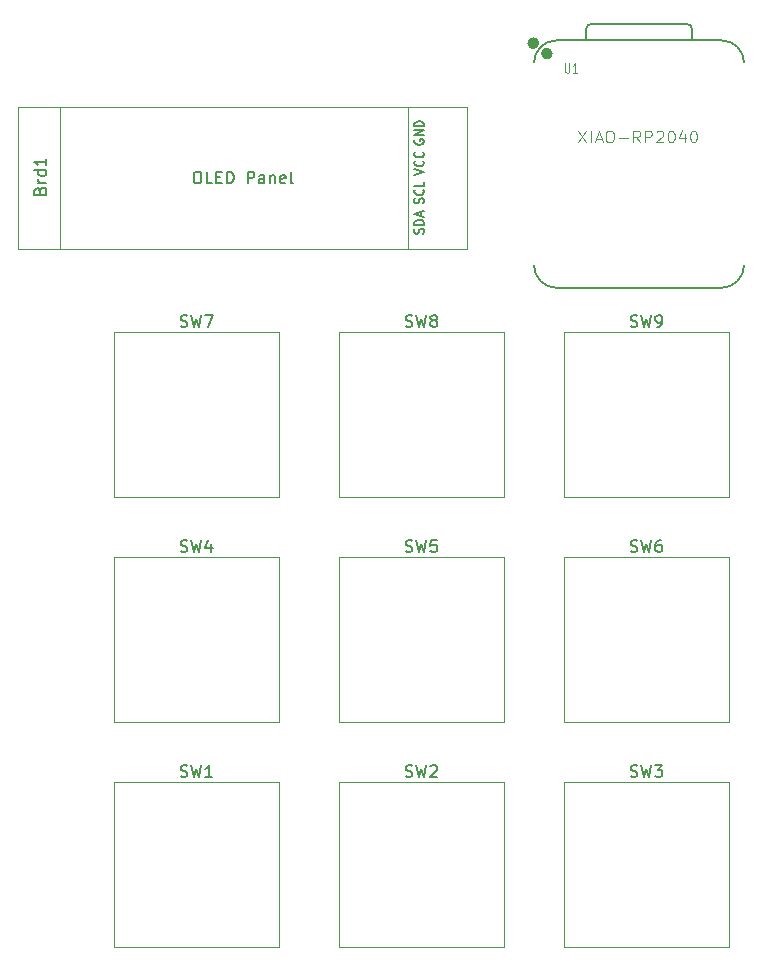
<source format=gbr>
%TF.GenerationSoftware,KiCad,Pcbnew,9.0.2*%
%TF.CreationDate,2025-06-15T18:17:56+08:00*%
%TF.ProjectId,osuPad,6f737550-6164-42e6-9b69-6361645f7063,rev?*%
%TF.SameCoordinates,Original*%
%TF.FileFunction,Legend,Top*%
%TF.FilePolarity,Positive*%
%FSLAX46Y46*%
G04 Gerber Fmt 4.6, Leading zero omitted, Abs format (unit mm)*
G04 Created by KiCad (PCBNEW 9.0.2) date 2025-06-15 18:17:56*
%MOMM*%
%LPD*%
G01*
G04 APERTURE LIST*
%ADD10C,0.100000*%
%ADD11C,0.150000*%
%ADD12C,0.101600*%
%ADD13C,0.120000*%
%ADD14C,0.040000*%
%ADD15C,0.127000*%
%ADD16C,0.504000*%
G04 APERTURE END LIST*
D10*
X147039896Y-67641169D02*
X147706562Y-68641169D01*
X147706562Y-67641169D02*
X147039896Y-68641169D01*
X148087515Y-68641169D02*
X148087515Y-67641169D01*
X148516086Y-68355454D02*
X148992276Y-68355454D01*
X148420848Y-68641169D02*
X148754181Y-67641169D01*
X148754181Y-67641169D02*
X149087514Y-68641169D01*
X149611324Y-67641169D02*
X149801800Y-67641169D01*
X149801800Y-67641169D02*
X149897038Y-67688788D01*
X149897038Y-67688788D02*
X149992276Y-67784026D01*
X149992276Y-67784026D02*
X150039895Y-67974502D01*
X150039895Y-67974502D02*
X150039895Y-68307835D01*
X150039895Y-68307835D02*
X149992276Y-68498311D01*
X149992276Y-68498311D02*
X149897038Y-68593550D01*
X149897038Y-68593550D02*
X149801800Y-68641169D01*
X149801800Y-68641169D02*
X149611324Y-68641169D01*
X149611324Y-68641169D02*
X149516086Y-68593550D01*
X149516086Y-68593550D02*
X149420848Y-68498311D01*
X149420848Y-68498311D02*
X149373229Y-68307835D01*
X149373229Y-68307835D02*
X149373229Y-67974502D01*
X149373229Y-67974502D02*
X149420848Y-67784026D01*
X149420848Y-67784026D02*
X149516086Y-67688788D01*
X149516086Y-67688788D02*
X149611324Y-67641169D01*
X150468467Y-68260216D02*
X151230372Y-68260216D01*
X152277990Y-68641169D02*
X151944657Y-68164978D01*
X151706562Y-68641169D02*
X151706562Y-67641169D01*
X151706562Y-67641169D02*
X152087514Y-67641169D01*
X152087514Y-67641169D02*
X152182752Y-67688788D01*
X152182752Y-67688788D02*
X152230371Y-67736407D01*
X152230371Y-67736407D02*
X152277990Y-67831645D01*
X152277990Y-67831645D02*
X152277990Y-67974502D01*
X152277990Y-67974502D02*
X152230371Y-68069740D01*
X152230371Y-68069740D02*
X152182752Y-68117359D01*
X152182752Y-68117359D02*
X152087514Y-68164978D01*
X152087514Y-68164978D02*
X151706562Y-68164978D01*
X152706562Y-68641169D02*
X152706562Y-67641169D01*
X152706562Y-67641169D02*
X153087514Y-67641169D01*
X153087514Y-67641169D02*
X153182752Y-67688788D01*
X153182752Y-67688788D02*
X153230371Y-67736407D01*
X153230371Y-67736407D02*
X153277990Y-67831645D01*
X153277990Y-67831645D02*
X153277990Y-67974502D01*
X153277990Y-67974502D02*
X153230371Y-68069740D01*
X153230371Y-68069740D02*
X153182752Y-68117359D01*
X153182752Y-68117359D02*
X153087514Y-68164978D01*
X153087514Y-68164978D02*
X152706562Y-68164978D01*
X153658943Y-67736407D02*
X153706562Y-67688788D01*
X153706562Y-67688788D02*
X153801800Y-67641169D01*
X153801800Y-67641169D02*
X154039895Y-67641169D01*
X154039895Y-67641169D02*
X154135133Y-67688788D01*
X154135133Y-67688788D02*
X154182752Y-67736407D01*
X154182752Y-67736407D02*
X154230371Y-67831645D01*
X154230371Y-67831645D02*
X154230371Y-67926883D01*
X154230371Y-67926883D02*
X154182752Y-68069740D01*
X154182752Y-68069740D02*
X153611324Y-68641169D01*
X153611324Y-68641169D02*
X154230371Y-68641169D01*
X154849419Y-67641169D02*
X154944657Y-67641169D01*
X154944657Y-67641169D02*
X155039895Y-67688788D01*
X155039895Y-67688788D02*
X155087514Y-67736407D01*
X155087514Y-67736407D02*
X155135133Y-67831645D01*
X155135133Y-67831645D02*
X155182752Y-68022121D01*
X155182752Y-68022121D02*
X155182752Y-68260216D01*
X155182752Y-68260216D02*
X155135133Y-68450692D01*
X155135133Y-68450692D02*
X155087514Y-68545930D01*
X155087514Y-68545930D02*
X155039895Y-68593550D01*
X155039895Y-68593550D02*
X154944657Y-68641169D01*
X154944657Y-68641169D02*
X154849419Y-68641169D01*
X154849419Y-68641169D02*
X154754181Y-68593550D01*
X154754181Y-68593550D02*
X154706562Y-68545930D01*
X154706562Y-68545930D02*
X154658943Y-68450692D01*
X154658943Y-68450692D02*
X154611324Y-68260216D01*
X154611324Y-68260216D02*
X154611324Y-68022121D01*
X154611324Y-68022121D02*
X154658943Y-67831645D01*
X154658943Y-67831645D02*
X154706562Y-67736407D01*
X154706562Y-67736407D02*
X154754181Y-67688788D01*
X154754181Y-67688788D02*
X154849419Y-67641169D01*
X156039895Y-67974502D02*
X156039895Y-68641169D01*
X155801800Y-67593550D02*
X155563705Y-68307835D01*
X155563705Y-68307835D02*
X156182752Y-68307835D01*
X156754181Y-67641169D02*
X156849419Y-67641169D01*
X156849419Y-67641169D02*
X156944657Y-67688788D01*
X156944657Y-67688788D02*
X156992276Y-67736407D01*
X156992276Y-67736407D02*
X157039895Y-67831645D01*
X157039895Y-67831645D02*
X157087514Y-68022121D01*
X157087514Y-68022121D02*
X157087514Y-68260216D01*
X157087514Y-68260216D02*
X157039895Y-68450692D01*
X157039895Y-68450692D02*
X156992276Y-68545930D01*
X156992276Y-68545930D02*
X156944657Y-68593550D01*
X156944657Y-68593550D02*
X156849419Y-68641169D01*
X156849419Y-68641169D02*
X156754181Y-68641169D01*
X156754181Y-68641169D02*
X156658943Y-68593550D01*
X156658943Y-68593550D02*
X156611324Y-68545930D01*
X156611324Y-68545930D02*
X156563705Y-68450692D01*
X156563705Y-68450692D02*
X156516086Y-68260216D01*
X156516086Y-68260216D02*
X156516086Y-68022121D01*
X156516086Y-68022121D02*
X156563705Y-67831645D01*
X156563705Y-67831645D02*
X156611324Y-67736407D01*
X156611324Y-67736407D02*
X156658943Y-67688788D01*
X156658943Y-67688788D02*
X156754181Y-67641169D01*
D11*
X113366667Y-103283200D02*
X113509524Y-103330819D01*
X113509524Y-103330819D02*
X113747619Y-103330819D01*
X113747619Y-103330819D02*
X113842857Y-103283200D01*
X113842857Y-103283200D02*
X113890476Y-103235580D01*
X113890476Y-103235580D02*
X113938095Y-103140342D01*
X113938095Y-103140342D02*
X113938095Y-103045104D01*
X113938095Y-103045104D02*
X113890476Y-102949866D01*
X113890476Y-102949866D02*
X113842857Y-102902247D01*
X113842857Y-102902247D02*
X113747619Y-102854628D01*
X113747619Y-102854628D02*
X113557143Y-102807009D01*
X113557143Y-102807009D02*
X113461905Y-102759390D01*
X113461905Y-102759390D02*
X113414286Y-102711771D01*
X113414286Y-102711771D02*
X113366667Y-102616533D01*
X113366667Y-102616533D02*
X113366667Y-102521295D01*
X113366667Y-102521295D02*
X113414286Y-102426057D01*
X113414286Y-102426057D02*
X113461905Y-102378438D01*
X113461905Y-102378438D02*
X113557143Y-102330819D01*
X113557143Y-102330819D02*
X113795238Y-102330819D01*
X113795238Y-102330819D02*
X113938095Y-102378438D01*
X114271429Y-102330819D02*
X114509524Y-103330819D01*
X114509524Y-103330819D02*
X114700000Y-102616533D01*
X114700000Y-102616533D02*
X114890476Y-103330819D01*
X114890476Y-103330819D02*
X115128572Y-102330819D01*
X115938095Y-102664152D02*
X115938095Y-103330819D01*
X115700000Y-102283200D02*
X115461905Y-102997485D01*
X115461905Y-102997485D02*
X116080952Y-102997485D01*
X132416667Y-103283200D02*
X132559524Y-103330819D01*
X132559524Y-103330819D02*
X132797619Y-103330819D01*
X132797619Y-103330819D02*
X132892857Y-103283200D01*
X132892857Y-103283200D02*
X132940476Y-103235580D01*
X132940476Y-103235580D02*
X132988095Y-103140342D01*
X132988095Y-103140342D02*
X132988095Y-103045104D01*
X132988095Y-103045104D02*
X132940476Y-102949866D01*
X132940476Y-102949866D02*
X132892857Y-102902247D01*
X132892857Y-102902247D02*
X132797619Y-102854628D01*
X132797619Y-102854628D02*
X132607143Y-102807009D01*
X132607143Y-102807009D02*
X132511905Y-102759390D01*
X132511905Y-102759390D02*
X132464286Y-102711771D01*
X132464286Y-102711771D02*
X132416667Y-102616533D01*
X132416667Y-102616533D02*
X132416667Y-102521295D01*
X132416667Y-102521295D02*
X132464286Y-102426057D01*
X132464286Y-102426057D02*
X132511905Y-102378438D01*
X132511905Y-102378438D02*
X132607143Y-102330819D01*
X132607143Y-102330819D02*
X132845238Y-102330819D01*
X132845238Y-102330819D02*
X132988095Y-102378438D01*
X133321429Y-102330819D02*
X133559524Y-103330819D01*
X133559524Y-103330819D02*
X133750000Y-102616533D01*
X133750000Y-102616533D02*
X133940476Y-103330819D01*
X133940476Y-103330819D02*
X134178572Y-102330819D01*
X135035714Y-102330819D02*
X134559524Y-102330819D01*
X134559524Y-102330819D02*
X134511905Y-102807009D01*
X134511905Y-102807009D02*
X134559524Y-102759390D01*
X134559524Y-102759390D02*
X134654762Y-102711771D01*
X134654762Y-102711771D02*
X134892857Y-102711771D01*
X134892857Y-102711771D02*
X134988095Y-102759390D01*
X134988095Y-102759390D02*
X135035714Y-102807009D01*
X135035714Y-102807009D02*
X135083333Y-102902247D01*
X135083333Y-102902247D02*
X135083333Y-103140342D01*
X135083333Y-103140342D02*
X135035714Y-103235580D01*
X135035714Y-103235580D02*
X134988095Y-103283200D01*
X134988095Y-103283200D02*
X134892857Y-103330819D01*
X134892857Y-103330819D02*
X134654762Y-103330819D01*
X134654762Y-103330819D02*
X134559524Y-103283200D01*
X134559524Y-103283200D02*
X134511905Y-103235580D01*
X151466667Y-103283200D02*
X151609524Y-103330819D01*
X151609524Y-103330819D02*
X151847619Y-103330819D01*
X151847619Y-103330819D02*
X151942857Y-103283200D01*
X151942857Y-103283200D02*
X151990476Y-103235580D01*
X151990476Y-103235580D02*
X152038095Y-103140342D01*
X152038095Y-103140342D02*
X152038095Y-103045104D01*
X152038095Y-103045104D02*
X151990476Y-102949866D01*
X151990476Y-102949866D02*
X151942857Y-102902247D01*
X151942857Y-102902247D02*
X151847619Y-102854628D01*
X151847619Y-102854628D02*
X151657143Y-102807009D01*
X151657143Y-102807009D02*
X151561905Y-102759390D01*
X151561905Y-102759390D02*
X151514286Y-102711771D01*
X151514286Y-102711771D02*
X151466667Y-102616533D01*
X151466667Y-102616533D02*
X151466667Y-102521295D01*
X151466667Y-102521295D02*
X151514286Y-102426057D01*
X151514286Y-102426057D02*
X151561905Y-102378438D01*
X151561905Y-102378438D02*
X151657143Y-102330819D01*
X151657143Y-102330819D02*
X151895238Y-102330819D01*
X151895238Y-102330819D02*
X152038095Y-102378438D01*
X152371429Y-102330819D02*
X152609524Y-103330819D01*
X152609524Y-103330819D02*
X152800000Y-102616533D01*
X152800000Y-102616533D02*
X152990476Y-103330819D01*
X152990476Y-103330819D02*
X153228572Y-102330819D01*
X154038095Y-102330819D02*
X153847619Y-102330819D01*
X153847619Y-102330819D02*
X153752381Y-102378438D01*
X153752381Y-102378438D02*
X153704762Y-102426057D01*
X153704762Y-102426057D02*
X153609524Y-102568914D01*
X153609524Y-102568914D02*
X153561905Y-102759390D01*
X153561905Y-102759390D02*
X153561905Y-103140342D01*
X153561905Y-103140342D02*
X153609524Y-103235580D01*
X153609524Y-103235580D02*
X153657143Y-103283200D01*
X153657143Y-103283200D02*
X153752381Y-103330819D01*
X153752381Y-103330819D02*
X153942857Y-103330819D01*
X153942857Y-103330819D02*
X154038095Y-103283200D01*
X154038095Y-103283200D02*
X154085714Y-103235580D01*
X154085714Y-103235580D02*
X154133333Y-103140342D01*
X154133333Y-103140342D02*
X154133333Y-102902247D01*
X154133333Y-102902247D02*
X154085714Y-102807009D01*
X154085714Y-102807009D02*
X154038095Y-102759390D01*
X154038095Y-102759390D02*
X153942857Y-102711771D01*
X153942857Y-102711771D02*
X153752381Y-102711771D01*
X153752381Y-102711771D02*
X153657143Y-102759390D01*
X153657143Y-102759390D02*
X153609524Y-102807009D01*
X153609524Y-102807009D02*
X153561905Y-102902247D01*
X101462259Y-72735416D02*
X101509878Y-72592559D01*
X101509878Y-72592559D02*
X101557497Y-72544940D01*
X101557497Y-72544940D02*
X101652735Y-72497321D01*
X101652735Y-72497321D02*
X101795592Y-72497321D01*
X101795592Y-72497321D02*
X101890830Y-72544940D01*
X101890830Y-72544940D02*
X101938450Y-72592559D01*
X101938450Y-72592559D02*
X101986069Y-72687797D01*
X101986069Y-72687797D02*
X101986069Y-73068749D01*
X101986069Y-73068749D02*
X100986069Y-73068749D01*
X100986069Y-73068749D02*
X100986069Y-72735416D01*
X100986069Y-72735416D02*
X101033688Y-72640178D01*
X101033688Y-72640178D02*
X101081307Y-72592559D01*
X101081307Y-72592559D02*
X101176545Y-72544940D01*
X101176545Y-72544940D02*
X101271783Y-72544940D01*
X101271783Y-72544940D02*
X101367021Y-72592559D01*
X101367021Y-72592559D02*
X101414640Y-72640178D01*
X101414640Y-72640178D02*
X101462259Y-72735416D01*
X101462259Y-72735416D02*
X101462259Y-73068749D01*
X101986069Y-72068749D02*
X101319402Y-72068749D01*
X101509878Y-72068749D02*
X101414640Y-72021130D01*
X101414640Y-72021130D02*
X101367021Y-71973511D01*
X101367021Y-71973511D02*
X101319402Y-71878273D01*
X101319402Y-71878273D02*
X101319402Y-71783035D01*
X101986069Y-71021130D02*
X100986069Y-71021130D01*
X101938450Y-71021130D02*
X101986069Y-71116368D01*
X101986069Y-71116368D02*
X101986069Y-71306844D01*
X101986069Y-71306844D02*
X101938450Y-71402082D01*
X101938450Y-71402082D02*
X101890830Y-71449701D01*
X101890830Y-71449701D02*
X101795592Y-71497320D01*
X101795592Y-71497320D02*
X101509878Y-71497320D01*
X101509878Y-71497320D02*
X101414640Y-71449701D01*
X101414640Y-71449701D02*
X101367021Y-71402082D01*
X101367021Y-71402082D02*
X101319402Y-71306844D01*
X101319402Y-71306844D02*
X101319402Y-71116368D01*
X101319402Y-71116368D02*
X101367021Y-71021130D01*
X101986069Y-70021130D02*
X101986069Y-70592558D01*
X101986069Y-70306844D02*
X100986069Y-70306844D01*
X100986069Y-70306844D02*
X101128926Y-70402082D01*
X101128926Y-70402082D02*
X101224164Y-70497320D01*
X101224164Y-70497320D02*
X101271783Y-70592558D01*
X133924200Y-76379463D02*
X133962295Y-76272321D01*
X133962295Y-76272321D02*
X133962295Y-76093749D01*
X133962295Y-76093749D02*
X133924200Y-76022321D01*
X133924200Y-76022321D02*
X133886104Y-75986606D01*
X133886104Y-75986606D02*
X133809914Y-75950892D01*
X133809914Y-75950892D02*
X133733723Y-75950892D01*
X133733723Y-75950892D02*
X133657533Y-75986606D01*
X133657533Y-75986606D02*
X133619438Y-76022321D01*
X133619438Y-76022321D02*
X133581342Y-76093749D01*
X133581342Y-76093749D02*
X133543247Y-76236606D01*
X133543247Y-76236606D02*
X133505152Y-76308035D01*
X133505152Y-76308035D02*
X133467057Y-76343749D01*
X133467057Y-76343749D02*
X133390866Y-76379463D01*
X133390866Y-76379463D02*
X133314676Y-76379463D01*
X133314676Y-76379463D02*
X133238485Y-76343749D01*
X133238485Y-76343749D02*
X133200390Y-76308035D01*
X133200390Y-76308035D02*
X133162295Y-76236606D01*
X133162295Y-76236606D02*
X133162295Y-76058035D01*
X133162295Y-76058035D02*
X133200390Y-75950892D01*
X133962295Y-75629463D02*
X133162295Y-75629463D01*
X133162295Y-75629463D02*
X133162295Y-75450892D01*
X133162295Y-75450892D02*
X133200390Y-75343749D01*
X133200390Y-75343749D02*
X133276580Y-75272320D01*
X133276580Y-75272320D02*
X133352771Y-75236606D01*
X133352771Y-75236606D02*
X133505152Y-75200892D01*
X133505152Y-75200892D02*
X133619438Y-75200892D01*
X133619438Y-75200892D02*
X133771819Y-75236606D01*
X133771819Y-75236606D02*
X133848009Y-75272320D01*
X133848009Y-75272320D02*
X133924200Y-75343749D01*
X133924200Y-75343749D02*
X133962295Y-75450892D01*
X133962295Y-75450892D02*
X133962295Y-75629463D01*
X133733723Y-74915177D02*
X133733723Y-74558035D01*
X133962295Y-74986606D02*
X133162295Y-74736606D01*
X133162295Y-74736606D02*
X133962295Y-74486606D01*
X133162295Y-71388749D02*
X133962295Y-71138749D01*
X133962295Y-71138749D02*
X133162295Y-70888749D01*
X133886104Y-70210178D02*
X133924200Y-70245892D01*
X133924200Y-70245892D02*
X133962295Y-70353035D01*
X133962295Y-70353035D02*
X133962295Y-70424463D01*
X133962295Y-70424463D02*
X133924200Y-70531606D01*
X133924200Y-70531606D02*
X133848009Y-70603035D01*
X133848009Y-70603035D02*
X133771819Y-70638749D01*
X133771819Y-70638749D02*
X133619438Y-70674463D01*
X133619438Y-70674463D02*
X133505152Y-70674463D01*
X133505152Y-70674463D02*
X133352771Y-70638749D01*
X133352771Y-70638749D02*
X133276580Y-70603035D01*
X133276580Y-70603035D02*
X133200390Y-70531606D01*
X133200390Y-70531606D02*
X133162295Y-70424463D01*
X133162295Y-70424463D02*
X133162295Y-70353035D01*
X133162295Y-70353035D02*
X133200390Y-70245892D01*
X133200390Y-70245892D02*
X133238485Y-70210178D01*
X133886104Y-69460178D02*
X133924200Y-69495892D01*
X133924200Y-69495892D02*
X133962295Y-69603035D01*
X133962295Y-69603035D02*
X133962295Y-69674463D01*
X133962295Y-69674463D02*
X133924200Y-69781606D01*
X133924200Y-69781606D02*
X133848009Y-69853035D01*
X133848009Y-69853035D02*
X133771819Y-69888749D01*
X133771819Y-69888749D02*
X133619438Y-69924463D01*
X133619438Y-69924463D02*
X133505152Y-69924463D01*
X133505152Y-69924463D02*
X133352771Y-69888749D01*
X133352771Y-69888749D02*
X133276580Y-69853035D01*
X133276580Y-69853035D02*
X133200390Y-69781606D01*
X133200390Y-69781606D02*
X133162295Y-69674463D01*
X133162295Y-69674463D02*
X133162295Y-69603035D01*
X133162295Y-69603035D02*
X133200390Y-69495892D01*
X133200390Y-69495892D02*
X133238485Y-69460178D01*
X114702678Y-71113569D02*
X114893154Y-71113569D01*
X114893154Y-71113569D02*
X114988392Y-71161188D01*
X114988392Y-71161188D02*
X115083630Y-71256426D01*
X115083630Y-71256426D02*
X115131249Y-71446902D01*
X115131249Y-71446902D02*
X115131249Y-71780235D01*
X115131249Y-71780235D02*
X115083630Y-71970711D01*
X115083630Y-71970711D02*
X114988392Y-72065950D01*
X114988392Y-72065950D02*
X114893154Y-72113569D01*
X114893154Y-72113569D02*
X114702678Y-72113569D01*
X114702678Y-72113569D02*
X114607440Y-72065950D01*
X114607440Y-72065950D02*
X114512202Y-71970711D01*
X114512202Y-71970711D02*
X114464583Y-71780235D01*
X114464583Y-71780235D02*
X114464583Y-71446902D01*
X114464583Y-71446902D02*
X114512202Y-71256426D01*
X114512202Y-71256426D02*
X114607440Y-71161188D01*
X114607440Y-71161188D02*
X114702678Y-71113569D01*
X116036011Y-72113569D02*
X115559821Y-72113569D01*
X115559821Y-72113569D02*
X115559821Y-71113569D01*
X116369345Y-71589759D02*
X116702678Y-71589759D01*
X116845535Y-72113569D02*
X116369345Y-72113569D01*
X116369345Y-72113569D02*
X116369345Y-71113569D01*
X116369345Y-71113569D02*
X116845535Y-71113569D01*
X117274107Y-72113569D02*
X117274107Y-71113569D01*
X117274107Y-71113569D02*
X117512202Y-71113569D01*
X117512202Y-71113569D02*
X117655059Y-71161188D01*
X117655059Y-71161188D02*
X117750297Y-71256426D01*
X117750297Y-71256426D02*
X117797916Y-71351664D01*
X117797916Y-71351664D02*
X117845535Y-71542140D01*
X117845535Y-71542140D02*
X117845535Y-71684997D01*
X117845535Y-71684997D02*
X117797916Y-71875473D01*
X117797916Y-71875473D02*
X117750297Y-71970711D01*
X117750297Y-71970711D02*
X117655059Y-72065950D01*
X117655059Y-72065950D02*
X117512202Y-72113569D01*
X117512202Y-72113569D02*
X117274107Y-72113569D01*
X119036012Y-72113569D02*
X119036012Y-71113569D01*
X119036012Y-71113569D02*
X119416964Y-71113569D01*
X119416964Y-71113569D02*
X119512202Y-71161188D01*
X119512202Y-71161188D02*
X119559821Y-71208807D01*
X119559821Y-71208807D02*
X119607440Y-71304045D01*
X119607440Y-71304045D02*
X119607440Y-71446902D01*
X119607440Y-71446902D02*
X119559821Y-71542140D01*
X119559821Y-71542140D02*
X119512202Y-71589759D01*
X119512202Y-71589759D02*
X119416964Y-71637378D01*
X119416964Y-71637378D02*
X119036012Y-71637378D01*
X120464583Y-72113569D02*
X120464583Y-71589759D01*
X120464583Y-71589759D02*
X120416964Y-71494521D01*
X120416964Y-71494521D02*
X120321726Y-71446902D01*
X120321726Y-71446902D02*
X120131250Y-71446902D01*
X120131250Y-71446902D02*
X120036012Y-71494521D01*
X120464583Y-72065950D02*
X120369345Y-72113569D01*
X120369345Y-72113569D02*
X120131250Y-72113569D01*
X120131250Y-72113569D02*
X120036012Y-72065950D01*
X120036012Y-72065950D02*
X119988393Y-71970711D01*
X119988393Y-71970711D02*
X119988393Y-71875473D01*
X119988393Y-71875473D02*
X120036012Y-71780235D01*
X120036012Y-71780235D02*
X120131250Y-71732616D01*
X120131250Y-71732616D02*
X120369345Y-71732616D01*
X120369345Y-71732616D02*
X120464583Y-71684997D01*
X120940774Y-71446902D02*
X120940774Y-72113569D01*
X120940774Y-71542140D02*
X120988393Y-71494521D01*
X120988393Y-71494521D02*
X121083631Y-71446902D01*
X121083631Y-71446902D02*
X121226488Y-71446902D01*
X121226488Y-71446902D02*
X121321726Y-71494521D01*
X121321726Y-71494521D02*
X121369345Y-71589759D01*
X121369345Y-71589759D02*
X121369345Y-72113569D01*
X122226488Y-72065950D02*
X122131250Y-72113569D01*
X122131250Y-72113569D02*
X121940774Y-72113569D01*
X121940774Y-72113569D02*
X121845536Y-72065950D01*
X121845536Y-72065950D02*
X121797917Y-71970711D01*
X121797917Y-71970711D02*
X121797917Y-71589759D01*
X121797917Y-71589759D02*
X121845536Y-71494521D01*
X121845536Y-71494521D02*
X121940774Y-71446902D01*
X121940774Y-71446902D02*
X122131250Y-71446902D01*
X122131250Y-71446902D02*
X122226488Y-71494521D01*
X122226488Y-71494521D02*
X122274107Y-71589759D01*
X122274107Y-71589759D02*
X122274107Y-71684997D01*
X122274107Y-71684997D02*
X121797917Y-71780235D01*
X122845536Y-72113569D02*
X122750298Y-72065950D01*
X122750298Y-72065950D02*
X122702679Y-71970711D01*
X122702679Y-71970711D02*
X122702679Y-71113569D01*
X133924200Y-73821606D02*
X133962295Y-73714464D01*
X133962295Y-73714464D02*
X133962295Y-73535892D01*
X133962295Y-73535892D02*
X133924200Y-73464464D01*
X133924200Y-73464464D02*
X133886104Y-73428749D01*
X133886104Y-73428749D02*
X133809914Y-73393035D01*
X133809914Y-73393035D02*
X133733723Y-73393035D01*
X133733723Y-73393035D02*
X133657533Y-73428749D01*
X133657533Y-73428749D02*
X133619438Y-73464464D01*
X133619438Y-73464464D02*
X133581342Y-73535892D01*
X133581342Y-73535892D02*
X133543247Y-73678749D01*
X133543247Y-73678749D02*
X133505152Y-73750178D01*
X133505152Y-73750178D02*
X133467057Y-73785892D01*
X133467057Y-73785892D02*
X133390866Y-73821606D01*
X133390866Y-73821606D02*
X133314676Y-73821606D01*
X133314676Y-73821606D02*
X133238485Y-73785892D01*
X133238485Y-73785892D02*
X133200390Y-73750178D01*
X133200390Y-73750178D02*
X133162295Y-73678749D01*
X133162295Y-73678749D02*
X133162295Y-73500178D01*
X133162295Y-73500178D02*
X133200390Y-73393035D01*
X133886104Y-72643035D02*
X133924200Y-72678749D01*
X133924200Y-72678749D02*
X133962295Y-72785892D01*
X133962295Y-72785892D02*
X133962295Y-72857320D01*
X133962295Y-72857320D02*
X133924200Y-72964463D01*
X133924200Y-72964463D02*
X133848009Y-73035892D01*
X133848009Y-73035892D02*
X133771819Y-73071606D01*
X133771819Y-73071606D02*
X133619438Y-73107320D01*
X133619438Y-73107320D02*
X133505152Y-73107320D01*
X133505152Y-73107320D02*
X133352771Y-73071606D01*
X133352771Y-73071606D02*
X133276580Y-73035892D01*
X133276580Y-73035892D02*
X133200390Y-72964463D01*
X133200390Y-72964463D02*
X133162295Y-72857320D01*
X133162295Y-72857320D02*
X133162295Y-72785892D01*
X133162295Y-72785892D02*
X133200390Y-72678749D01*
X133200390Y-72678749D02*
X133238485Y-72643035D01*
X133962295Y-71964463D02*
X133962295Y-72321606D01*
X133962295Y-72321606D02*
X133162295Y-72321606D01*
X133200390Y-68420178D02*
X133162295Y-68491607D01*
X133162295Y-68491607D02*
X133162295Y-68598749D01*
X133162295Y-68598749D02*
X133200390Y-68705892D01*
X133200390Y-68705892D02*
X133276580Y-68777321D01*
X133276580Y-68777321D02*
X133352771Y-68813035D01*
X133352771Y-68813035D02*
X133505152Y-68848749D01*
X133505152Y-68848749D02*
X133619438Y-68848749D01*
X133619438Y-68848749D02*
X133771819Y-68813035D01*
X133771819Y-68813035D02*
X133848009Y-68777321D01*
X133848009Y-68777321D02*
X133924200Y-68705892D01*
X133924200Y-68705892D02*
X133962295Y-68598749D01*
X133962295Y-68598749D02*
X133962295Y-68527321D01*
X133962295Y-68527321D02*
X133924200Y-68420178D01*
X133924200Y-68420178D02*
X133886104Y-68384464D01*
X133886104Y-68384464D02*
X133619438Y-68384464D01*
X133619438Y-68384464D02*
X133619438Y-68527321D01*
X133962295Y-68063035D02*
X133162295Y-68063035D01*
X133162295Y-68063035D02*
X133962295Y-67634464D01*
X133962295Y-67634464D02*
X133162295Y-67634464D01*
X133962295Y-67277321D02*
X133162295Y-67277321D01*
X133162295Y-67277321D02*
X133162295Y-67098750D01*
X133162295Y-67098750D02*
X133200390Y-66991607D01*
X133200390Y-66991607D02*
X133276580Y-66920178D01*
X133276580Y-66920178D02*
X133352771Y-66884464D01*
X133352771Y-66884464D02*
X133505152Y-66848750D01*
X133505152Y-66848750D02*
X133619438Y-66848750D01*
X133619438Y-66848750D02*
X133771819Y-66884464D01*
X133771819Y-66884464D02*
X133848009Y-66920178D01*
X133848009Y-66920178D02*
X133924200Y-66991607D01*
X133924200Y-66991607D02*
X133962295Y-67098750D01*
X133962295Y-67098750D02*
X133962295Y-67277321D01*
X151466667Y-84233200D02*
X151609524Y-84280819D01*
X151609524Y-84280819D02*
X151847619Y-84280819D01*
X151847619Y-84280819D02*
X151942857Y-84233200D01*
X151942857Y-84233200D02*
X151990476Y-84185580D01*
X151990476Y-84185580D02*
X152038095Y-84090342D01*
X152038095Y-84090342D02*
X152038095Y-83995104D01*
X152038095Y-83995104D02*
X151990476Y-83899866D01*
X151990476Y-83899866D02*
X151942857Y-83852247D01*
X151942857Y-83852247D02*
X151847619Y-83804628D01*
X151847619Y-83804628D02*
X151657143Y-83757009D01*
X151657143Y-83757009D02*
X151561905Y-83709390D01*
X151561905Y-83709390D02*
X151514286Y-83661771D01*
X151514286Y-83661771D02*
X151466667Y-83566533D01*
X151466667Y-83566533D02*
X151466667Y-83471295D01*
X151466667Y-83471295D02*
X151514286Y-83376057D01*
X151514286Y-83376057D02*
X151561905Y-83328438D01*
X151561905Y-83328438D02*
X151657143Y-83280819D01*
X151657143Y-83280819D02*
X151895238Y-83280819D01*
X151895238Y-83280819D02*
X152038095Y-83328438D01*
X152371429Y-83280819D02*
X152609524Y-84280819D01*
X152609524Y-84280819D02*
X152800000Y-83566533D01*
X152800000Y-83566533D02*
X152990476Y-84280819D01*
X152990476Y-84280819D02*
X153228572Y-83280819D01*
X153657143Y-84280819D02*
X153847619Y-84280819D01*
X153847619Y-84280819D02*
X153942857Y-84233200D01*
X153942857Y-84233200D02*
X153990476Y-84185580D01*
X153990476Y-84185580D02*
X154085714Y-84042723D01*
X154085714Y-84042723D02*
X154133333Y-83852247D01*
X154133333Y-83852247D02*
X154133333Y-83471295D01*
X154133333Y-83471295D02*
X154085714Y-83376057D01*
X154085714Y-83376057D02*
X154038095Y-83328438D01*
X154038095Y-83328438D02*
X153942857Y-83280819D01*
X153942857Y-83280819D02*
X153752381Y-83280819D01*
X153752381Y-83280819D02*
X153657143Y-83328438D01*
X153657143Y-83328438D02*
X153609524Y-83376057D01*
X153609524Y-83376057D02*
X153561905Y-83471295D01*
X153561905Y-83471295D02*
X153561905Y-83709390D01*
X153561905Y-83709390D02*
X153609524Y-83804628D01*
X153609524Y-83804628D02*
X153657143Y-83852247D01*
X153657143Y-83852247D02*
X153752381Y-83899866D01*
X153752381Y-83899866D02*
X153942857Y-83899866D01*
X153942857Y-83899866D02*
X154038095Y-83852247D01*
X154038095Y-83852247D02*
X154085714Y-83804628D01*
X154085714Y-83804628D02*
X154133333Y-83709390D01*
X113366667Y-122333200D02*
X113509524Y-122380819D01*
X113509524Y-122380819D02*
X113747619Y-122380819D01*
X113747619Y-122380819D02*
X113842857Y-122333200D01*
X113842857Y-122333200D02*
X113890476Y-122285580D01*
X113890476Y-122285580D02*
X113938095Y-122190342D01*
X113938095Y-122190342D02*
X113938095Y-122095104D01*
X113938095Y-122095104D02*
X113890476Y-121999866D01*
X113890476Y-121999866D02*
X113842857Y-121952247D01*
X113842857Y-121952247D02*
X113747619Y-121904628D01*
X113747619Y-121904628D02*
X113557143Y-121857009D01*
X113557143Y-121857009D02*
X113461905Y-121809390D01*
X113461905Y-121809390D02*
X113414286Y-121761771D01*
X113414286Y-121761771D02*
X113366667Y-121666533D01*
X113366667Y-121666533D02*
X113366667Y-121571295D01*
X113366667Y-121571295D02*
X113414286Y-121476057D01*
X113414286Y-121476057D02*
X113461905Y-121428438D01*
X113461905Y-121428438D02*
X113557143Y-121380819D01*
X113557143Y-121380819D02*
X113795238Y-121380819D01*
X113795238Y-121380819D02*
X113938095Y-121428438D01*
X114271429Y-121380819D02*
X114509524Y-122380819D01*
X114509524Y-122380819D02*
X114700000Y-121666533D01*
X114700000Y-121666533D02*
X114890476Y-122380819D01*
X114890476Y-122380819D02*
X115128572Y-121380819D01*
X116033333Y-122380819D02*
X115461905Y-122380819D01*
X115747619Y-122380819D02*
X115747619Y-121380819D01*
X115747619Y-121380819D02*
X115652381Y-121523676D01*
X115652381Y-121523676D02*
X115557143Y-121618914D01*
X115557143Y-121618914D02*
X115461905Y-121666533D01*
X132416667Y-84233200D02*
X132559524Y-84280819D01*
X132559524Y-84280819D02*
X132797619Y-84280819D01*
X132797619Y-84280819D02*
X132892857Y-84233200D01*
X132892857Y-84233200D02*
X132940476Y-84185580D01*
X132940476Y-84185580D02*
X132988095Y-84090342D01*
X132988095Y-84090342D02*
X132988095Y-83995104D01*
X132988095Y-83995104D02*
X132940476Y-83899866D01*
X132940476Y-83899866D02*
X132892857Y-83852247D01*
X132892857Y-83852247D02*
X132797619Y-83804628D01*
X132797619Y-83804628D02*
X132607143Y-83757009D01*
X132607143Y-83757009D02*
X132511905Y-83709390D01*
X132511905Y-83709390D02*
X132464286Y-83661771D01*
X132464286Y-83661771D02*
X132416667Y-83566533D01*
X132416667Y-83566533D02*
X132416667Y-83471295D01*
X132416667Y-83471295D02*
X132464286Y-83376057D01*
X132464286Y-83376057D02*
X132511905Y-83328438D01*
X132511905Y-83328438D02*
X132607143Y-83280819D01*
X132607143Y-83280819D02*
X132845238Y-83280819D01*
X132845238Y-83280819D02*
X132988095Y-83328438D01*
X133321429Y-83280819D02*
X133559524Y-84280819D01*
X133559524Y-84280819D02*
X133750000Y-83566533D01*
X133750000Y-83566533D02*
X133940476Y-84280819D01*
X133940476Y-84280819D02*
X134178572Y-83280819D01*
X134702381Y-83709390D02*
X134607143Y-83661771D01*
X134607143Y-83661771D02*
X134559524Y-83614152D01*
X134559524Y-83614152D02*
X134511905Y-83518914D01*
X134511905Y-83518914D02*
X134511905Y-83471295D01*
X134511905Y-83471295D02*
X134559524Y-83376057D01*
X134559524Y-83376057D02*
X134607143Y-83328438D01*
X134607143Y-83328438D02*
X134702381Y-83280819D01*
X134702381Y-83280819D02*
X134892857Y-83280819D01*
X134892857Y-83280819D02*
X134988095Y-83328438D01*
X134988095Y-83328438D02*
X135035714Y-83376057D01*
X135035714Y-83376057D02*
X135083333Y-83471295D01*
X135083333Y-83471295D02*
X135083333Y-83518914D01*
X135083333Y-83518914D02*
X135035714Y-83614152D01*
X135035714Y-83614152D02*
X134988095Y-83661771D01*
X134988095Y-83661771D02*
X134892857Y-83709390D01*
X134892857Y-83709390D02*
X134702381Y-83709390D01*
X134702381Y-83709390D02*
X134607143Y-83757009D01*
X134607143Y-83757009D02*
X134559524Y-83804628D01*
X134559524Y-83804628D02*
X134511905Y-83899866D01*
X134511905Y-83899866D02*
X134511905Y-84090342D01*
X134511905Y-84090342D02*
X134559524Y-84185580D01*
X134559524Y-84185580D02*
X134607143Y-84233200D01*
X134607143Y-84233200D02*
X134702381Y-84280819D01*
X134702381Y-84280819D02*
X134892857Y-84280819D01*
X134892857Y-84280819D02*
X134988095Y-84233200D01*
X134988095Y-84233200D02*
X135035714Y-84185580D01*
X135035714Y-84185580D02*
X135083333Y-84090342D01*
X135083333Y-84090342D02*
X135083333Y-83899866D01*
X135083333Y-83899866D02*
X135035714Y-83804628D01*
X135035714Y-83804628D02*
X134988095Y-83757009D01*
X134988095Y-83757009D02*
X134892857Y-83709390D01*
X113366667Y-84233200D02*
X113509524Y-84280819D01*
X113509524Y-84280819D02*
X113747619Y-84280819D01*
X113747619Y-84280819D02*
X113842857Y-84233200D01*
X113842857Y-84233200D02*
X113890476Y-84185580D01*
X113890476Y-84185580D02*
X113938095Y-84090342D01*
X113938095Y-84090342D02*
X113938095Y-83995104D01*
X113938095Y-83995104D02*
X113890476Y-83899866D01*
X113890476Y-83899866D02*
X113842857Y-83852247D01*
X113842857Y-83852247D02*
X113747619Y-83804628D01*
X113747619Y-83804628D02*
X113557143Y-83757009D01*
X113557143Y-83757009D02*
X113461905Y-83709390D01*
X113461905Y-83709390D02*
X113414286Y-83661771D01*
X113414286Y-83661771D02*
X113366667Y-83566533D01*
X113366667Y-83566533D02*
X113366667Y-83471295D01*
X113366667Y-83471295D02*
X113414286Y-83376057D01*
X113414286Y-83376057D02*
X113461905Y-83328438D01*
X113461905Y-83328438D02*
X113557143Y-83280819D01*
X113557143Y-83280819D02*
X113795238Y-83280819D01*
X113795238Y-83280819D02*
X113938095Y-83328438D01*
X114271429Y-83280819D02*
X114509524Y-84280819D01*
X114509524Y-84280819D02*
X114700000Y-83566533D01*
X114700000Y-83566533D02*
X114890476Y-84280819D01*
X114890476Y-84280819D02*
X115128572Y-83280819D01*
X115414286Y-83280819D02*
X116080952Y-83280819D01*
X116080952Y-83280819D02*
X115652381Y-84280819D01*
X151466667Y-122333200D02*
X151609524Y-122380819D01*
X151609524Y-122380819D02*
X151847619Y-122380819D01*
X151847619Y-122380819D02*
X151942857Y-122333200D01*
X151942857Y-122333200D02*
X151990476Y-122285580D01*
X151990476Y-122285580D02*
X152038095Y-122190342D01*
X152038095Y-122190342D02*
X152038095Y-122095104D01*
X152038095Y-122095104D02*
X151990476Y-121999866D01*
X151990476Y-121999866D02*
X151942857Y-121952247D01*
X151942857Y-121952247D02*
X151847619Y-121904628D01*
X151847619Y-121904628D02*
X151657143Y-121857009D01*
X151657143Y-121857009D02*
X151561905Y-121809390D01*
X151561905Y-121809390D02*
X151514286Y-121761771D01*
X151514286Y-121761771D02*
X151466667Y-121666533D01*
X151466667Y-121666533D02*
X151466667Y-121571295D01*
X151466667Y-121571295D02*
X151514286Y-121476057D01*
X151514286Y-121476057D02*
X151561905Y-121428438D01*
X151561905Y-121428438D02*
X151657143Y-121380819D01*
X151657143Y-121380819D02*
X151895238Y-121380819D01*
X151895238Y-121380819D02*
X152038095Y-121428438D01*
X152371429Y-121380819D02*
X152609524Y-122380819D01*
X152609524Y-122380819D02*
X152800000Y-121666533D01*
X152800000Y-121666533D02*
X152990476Y-122380819D01*
X152990476Y-122380819D02*
X153228572Y-121380819D01*
X153514286Y-121380819D02*
X154133333Y-121380819D01*
X154133333Y-121380819D02*
X153800000Y-121761771D01*
X153800000Y-121761771D02*
X153942857Y-121761771D01*
X153942857Y-121761771D02*
X154038095Y-121809390D01*
X154038095Y-121809390D02*
X154085714Y-121857009D01*
X154085714Y-121857009D02*
X154133333Y-121952247D01*
X154133333Y-121952247D02*
X154133333Y-122190342D01*
X154133333Y-122190342D02*
X154085714Y-122285580D01*
X154085714Y-122285580D02*
X154038095Y-122333200D01*
X154038095Y-122333200D02*
X153942857Y-122380819D01*
X153942857Y-122380819D02*
X153657143Y-122380819D01*
X153657143Y-122380819D02*
X153561905Y-122333200D01*
X153561905Y-122333200D02*
X153514286Y-122285580D01*
D12*
X145916190Y-61964811D02*
X145916190Y-62612430D01*
X145916190Y-62612430D02*
X145946428Y-62688620D01*
X145946428Y-62688620D02*
X145976666Y-62726716D01*
X145976666Y-62726716D02*
X146037142Y-62764811D01*
X146037142Y-62764811D02*
X146158095Y-62764811D01*
X146158095Y-62764811D02*
X146218571Y-62726716D01*
X146218571Y-62726716D02*
X146248809Y-62688620D01*
X146248809Y-62688620D02*
X146279047Y-62612430D01*
X146279047Y-62612430D02*
X146279047Y-61964811D01*
X146914047Y-62764811D02*
X146551190Y-62764811D01*
X146732618Y-62764811D02*
X146732618Y-61964811D01*
X146732618Y-61964811D02*
X146672142Y-62079096D01*
X146672142Y-62079096D02*
X146611666Y-62155287D01*
X146611666Y-62155287D02*
X146551190Y-62193382D01*
D11*
X132416667Y-122333200D02*
X132559524Y-122380819D01*
X132559524Y-122380819D02*
X132797619Y-122380819D01*
X132797619Y-122380819D02*
X132892857Y-122333200D01*
X132892857Y-122333200D02*
X132940476Y-122285580D01*
X132940476Y-122285580D02*
X132988095Y-122190342D01*
X132988095Y-122190342D02*
X132988095Y-122095104D01*
X132988095Y-122095104D02*
X132940476Y-121999866D01*
X132940476Y-121999866D02*
X132892857Y-121952247D01*
X132892857Y-121952247D02*
X132797619Y-121904628D01*
X132797619Y-121904628D02*
X132607143Y-121857009D01*
X132607143Y-121857009D02*
X132511905Y-121809390D01*
X132511905Y-121809390D02*
X132464286Y-121761771D01*
X132464286Y-121761771D02*
X132416667Y-121666533D01*
X132416667Y-121666533D02*
X132416667Y-121571295D01*
X132416667Y-121571295D02*
X132464286Y-121476057D01*
X132464286Y-121476057D02*
X132511905Y-121428438D01*
X132511905Y-121428438D02*
X132607143Y-121380819D01*
X132607143Y-121380819D02*
X132845238Y-121380819D01*
X132845238Y-121380819D02*
X132988095Y-121428438D01*
X133321429Y-121380819D02*
X133559524Y-122380819D01*
X133559524Y-122380819D02*
X133750000Y-121666533D01*
X133750000Y-121666533D02*
X133940476Y-122380819D01*
X133940476Y-122380819D02*
X134178572Y-121380819D01*
X134511905Y-121476057D02*
X134559524Y-121428438D01*
X134559524Y-121428438D02*
X134654762Y-121380819D01*
X134654762Y-121380819D02*
X134892857Y-121380819D01*
X134892857Y-121380819D02*
X134988095Y-121428438D01*
X134988095Y-121428438D02*
X135035714Y-121476057D01*
X135035714Y-121476057D02*
X135083333Y-121571295D01*
X135083333Y-121571295D02*
X135083333Y-121666533D01*
X135083333Y-121666533D02*
X135035714Y-121809390D01*
X135035714Y-121809390D02*
X134464286Y-122380819D01*
X134464286Y-122380819D02*
X135083333Y-122380819D01*
D13*
%TO.C,SW4*%
X107715000Y-103765000D02*
X121685000Y-103765000D01*
X107715000Y-117735000D02*
X107715000Y-103765000D01*
X121685000Y-103765000D02*
X121685000Y-117735000D01*
X121685000Y-117735000D02*
X107715000Y-117735000D01*
%TO.C,SW5*%
X126765000Y-103765000D02*
X140735000Y-103765000D01*
X126765000Y-117735000D02*
X126765000Y-103765000D01*
X140735000Y-103765000D02*
X140735000Y-117735000D01*
X140735000Y-117735000D02*
X126765000Y-117735000D01*
%TO.C,SW6*%
X145815000Y-103765000D02*
X159785000Y-103765000D01*
X145815000Y-117735000D02*
X145815000Y-103765000D01*
X159785000Y-103765000D02*
X159785000Y-117735000D01*
X159785000Y-117735000D02*
X145815000Y-117735000D01*
D14*
%TO.C,Brd1*%
X99631250Y-65658750D02*
X99631250Y-77658750D01*
X99631250Y-77658750D02*
X137631250Y-77658750D01*
X103131250Y-65658750D02*
X103131250Y-77658750D01*
X132631250Y-65658750D02*
X132631250Y-77658750D01*
X137631250Y-65658750D02*
X99631250Y-65658750D01*
X137631250Y-77658750D02*
X137631250Y-65658750D01*
D13*
%TO.C,SW9*%
X145815000Y-84715000D02*
X159785000Y-84715000D01*
X145815000Y-98685000D02*
X145815000Y-84715000D01*
X159785000Y-84715000D02*
X159785000Y-98685000D01*
X159785000Y-98685000D02*
X145815000Y-98685000D01*
%TO.C,SW1*%
X107715000Y-122815000D02*
X121685000Y-122815000D01*
X107715000Y-136785000D02*
X107715000Y-122815000D01*
X121685000Y-122815000D02*
X121685000Y-136785000D01*
X121685000Y-136785000D02*
X107715000Y-136785000D01*
%TO.C,SW8*%
X126765000Y-84715000D02*
X140735000Y-84715000D01*
X126765000Y-98685000D02*
X126765000Y-84715000D01*
X140735000Y-84715000D02*
X140735000Y-98685000D01*
X140735000Y-98685000D02*
X126765000Y-98685000D01*
%TO.C,SW7*%
X107715000Y-84715000D02*
X121685000Y-84715000D01*
X107715000Y-98685000D02*
X107715000Y-84715000D01*
X121685000Y-84715000D02*
X121685000Y-98685000D01*
X121685000Y-98685000D02*
X107715000Y-98685000D01*
%TO.C,SW3*%
X145815000Y-122815000D02*
X159785000Y-122815000D01*
X145815000Y-136785000D02*
X145815000Y-122815000D01*
X159785000Y-122815000D02*
X159785000Y-136785000D01*
X159785000Y-136785000D02*
X145815000Y-136785000D01*
D15*
%TO.C,U1*%
X145191250Y-80962750D02*
X159161250Y-80962750D01*
X147681250Y-60007750D02*
X147684978Y-59097478D01*
X148184978Y-58597750D02*
X156180250Y-58597750D01*
X156680250Y-59097750D02*
X156680250Y-60007750D01*
D10*
X159161250Y-60007750D02*
X145191250Y-60007750D01*
D15*
X159161250Y-60007750D02*
X145191250Y-60007750D01*
X143286250Y-61912750D02*
G75*
G02*
X145191250Y-60007750I1905001J-1D01*
G01*
X145191250Y-80962750D02*
G75*
G02*
X143286250Y-79057750I1J1905001D01*
G01*
X147684978Y-59097478D02*
G75*
G02*
X148184978Y-58597751I500018J-291D01*
G01*
X156180250Y-58597750D02*
G75*
G02*
X156680250Y-59097750I0J-500000D01*
G01*
X159161250Y-60007750D02*
G75*
G02*
X161066250Y-61912750I0J-1905000D01*
G01*
X161066250Y-79057750D02*
G75*
G02*
X159161250Y-80962750I-1905000J0D01*
G01*
D16*
X143478250Y-60248750D02*
G75*
G02*
X142974250Y-60248750I-252000J0D01*
G01*
X142974250Y-60248750D02*
G75*
G02*
X143478250Y-60248750I252000J0D01*
G01*
X144621250Y-61128750D02*
G75*
G02*
X144117250Y-61128750I-252000J0D01*
G01*
X144117250Y-61128750D02*
G75*
G02*
X144621250Y-61128750I252000J0D01*
G01*
D13*
%TO.C,SW2*%
X126765000Y-122815000D02*
X140735000Y-122815000D01*
X126765000Y-136785000D02*
X126765000Y-122815000D01*
X140735000Y-122815000D02*
X140735000Y-136785000D01*
X140735000Y-136785000D02*
X126765000Y-136785000D01*
%TD*%
M02*

</source>
